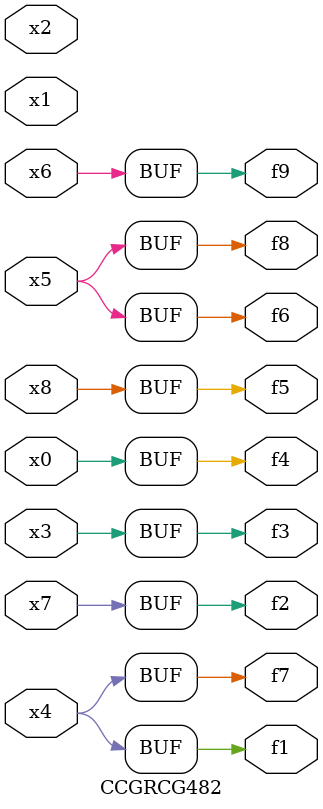
<source format=v>
module CCGRCG482(
	input x0, x1, x2, x3, x4, x5, x6, x7, x8,
	output f1, f2, f3, f4, f5, f6, f7, f8, f9
);
	assign f1 = x4;
	assign f2 = x7;
	assign f3 = x3;
	assign f4 = x0;
	assign f5 = x8;
	assign f6 = x5;
	assign f7 = x4;
	assign f8 = x5;
	assign f9 = x6;
endmodule

</source>
